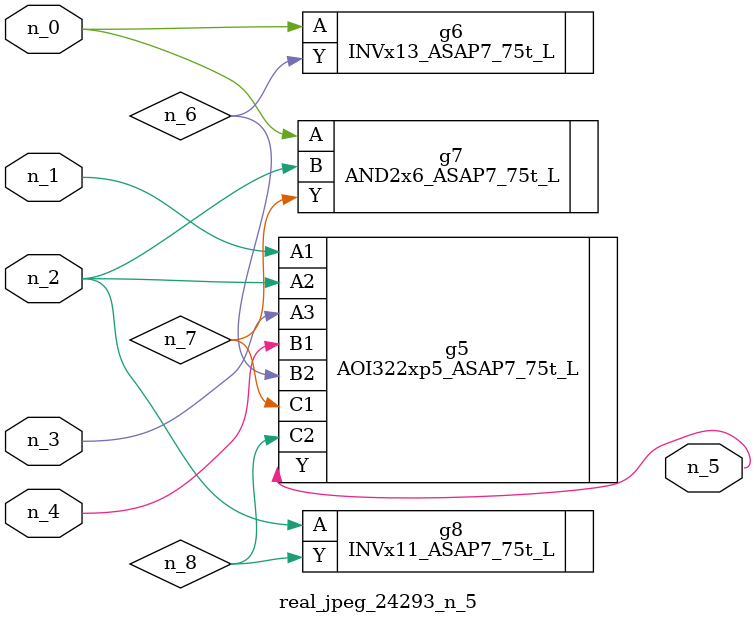
<source format=v>
module real_jpeg_24293_n_5 (n_4, n_0, n_1, n_2, n_3, n_5);

input n_4;
input n_0;
input n_1;
input n_2;
input n_3;

output n_5;

wire n_8;
wire n_6;
wire n_7;

INVx13_ASAP7_75t_L g6 ( 
.A(n_0),
.Y(n_6)
);

AND2x6_ASAP7_75t_L g7 ( 
.A(n_0),
.B(n_2),
.Y(n_7)
);

AOI322xp5_ASAP7_75t_L g5 ( 
.A1(n_1),
.A2(n_2),
.A3(n_3),
.B1(n_4),
.B2(n_6),
.C1(n_7),
.C2(n_8),
.Y(n_5)
);

INVx11_ASAP7_75t_L g8 ( 
.A(n_2),
.Y(n_8)
);


endmodule
</source>
